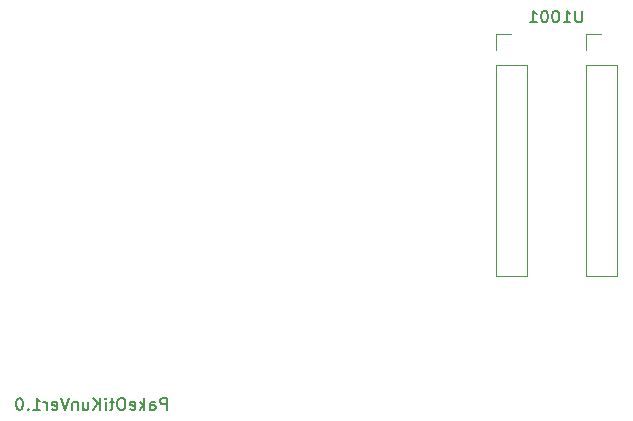
<source format=gbr>
G04 #@! TF.GenerationSoftware,KiCad,Pcbnew,(5.1.0)-1*
G04 #@! TF.CreationDate,2019-11-04T20:34:33+09:00*
G04 #@! TF.ProjectId,PakeOtiKun,50616b65-4f74-4694-9b75-6e2e6b696361,1*
G04 #@! TF.SameCoordinates,Original*
G04 #@! TF.FileFunction,Legend,Bot*
G04 #@! TF.FilePolarity,Positive*
%FSLAX46Y46*%
G04 Gerber Fmt 4.6, Leading zero omitted, Abs format (unit mm)*
G04 Created by KiCad (PCBNEW (5.1.0)-1) date 2019-11-04 20:34:33*
%MOMM*%
%LPD*%
G04 APERTURE LIST*
%ADD10C,0.200000*%
%ADD11C,0.120000*%
%ADD12C,0.150000*%
G04 APERTURE END LIST*
D10*
X119437942Y-114803180D02*
X119437942Y-113803180D01*
X119056990Y-113803180D01*
X118961752Y-113850800D01*
X118914133Y-113898419D01*
X118866514Y-113993657D01*
X118866514Y-114136514D01*
X118914133Y-114231752D01*
X118961752Y-114279371D01*
X119056990Y-114326990D01*
X119437942Y-114326990D01*
X118009371Y-114803180D02*
X118009371Y-114279371D01*
X118056990Y-114184133D01*
X118152228Y-114136514D01*
X118342704Y-114136514D01*
X118437942Y-114184133D01*
X118009371Y-114755561D02*
X118104609Y-114803180D01*
X118342704Y-114803180D01*
X118437942Y-114755561D01*
X118485561Y-114660323D01*
X118485561Y-114565085D01*
X118437942Y-114469847D01*
X118342704Y-114422228D01*
X118104609Y-114422228D01*
X118009371Y-114374609D01*
X117533180Y-114803180D02*
X117533180Y-113803180D01*
X117437942Y-114422228D02*
X117152228Y-114803180D01*
X117152228Y-114136514D02*
X117533180Y-114517466D01*
X116342704Y-114755561D02*
X116437942Y-114803180D01*
X116628419Y-114803180D01*
X116723657Y-114755561D01*
X116771276Y-114660323D01*
X116771276Y-114279371D01*
X116723657Y-114184133D01*
X116628419Y-114136514D01*
X116437942Y-114136514D01*
X116342704Y-114184133D01*
X116295085Y-114279371D01*
X116295085Y-114374609D01*
X116771276Y-114469847D01*
X115676038Y-113803180D02*
X115485561Y-113803180D01*
X115390323Y-113850800D01*
X115295085Y-113946038D01*
X115247466Y-114136514D01*
X115247466Y-114469847D01*
X115295085Y-114660323D01*
X115390323Y-114755561D01*
X115485561Y-114803180D01*
X115676038Y-114803180D01*
X115771276Y-114755561D01*
X115866514Y-114660323D01*
X115914133Y-114469847D01*
X115914133Y-114136514D01*
X115866514Y-113946038D01*
X115771276Y-113850800D01*
X115676038Y-113803180D01*
X114961752Y-114136514D02*
X114580800Y-114136514D01*
X114818895Y-113803180D02*
X114818895Y-114660323D01*
X114771276Y-114755561D01*
X114676038Y-114803180D01*
X114580800Y-114803180D01*
X114247466Y-114803180D02*
X114247466Y-114136514D01*
X114247466Y-113803180D02*
X114295085Y-113850800D01*
X114247466Y-113898419D01*
X114199847Y-113850800D01*
X114247466Y-113803180D01*
X114247466Y-113898419D01*
X113771276Y-114803180D02*
X113771276Y-113803180D01*
X113199847Y-114803180D02*
X113628419Y-114231752D01*
X113199847Y-113803180D02*
X113771276Y-114374609D01*
X112342704Y-114136514D02*
X112342704Y-114803180D01*
X112771276Y-114136514D02*
X112771276Y-114660323D01*
X112723657Y-114755561D01*
X112628419Y-114803180D01*
X112485561Y-114803180D01*
X112390323Y-114755561D01*
X112342704Y-114707942D01*
X111866514Y-114136514D02*
X111866514Y-114803180D01*
X111866514Y-114231752D02*
X111818895Y-114184133D01*
X111723657Y-114136514D01*
X111580800Y-114136514D01*
X111485561Y-114184133D01*
X111437942Y-114279371D01*
X111437942Y-114803180D01*
X111104609Y-113803180D02*
X110771276Y-114803180D01*
X110437942Y-113803180D01*
X109723657Y-114755561D02*
X109818895Y-114803180D01*
X110009371Y-114803180D01*
X110104609Y-114755561D01*
X110152228Y-114660323D01*
X110152228Y-114279371D01*
X110104609Y-114184133D01*
X110009371Y-114136514D01*
X109818895Y-114136514D01*
X109723657Y-114184133D01*
X109676038Y-114279371D01*
X109676038Y-114374609D01*
X110152228Y-114469847D01*
X109247466Y-114803180D02*
X109247466Y-114136514D01*
X109247466Y-114326990D02*
X109199847Y-114231752D01*
X109152228Y-114184133D01*
X109056990Y-114136514D01*
X108961752Y-114136514D01*
X108104609Y-114803180D02*
X108676038Y-114803180D01*
X108390323Y-114803180D02*
X108390323Y-113803180D01*
X108485561Y-113946038D01*
X108580800Y-114041276D01*
X108676038Y-114088895D01*
X107676038Y-114707942D02*
X107628419Y-114755561D01*
X107676038Y-114803180D01*
X107723657Y-114755561D01*
X107676038Y-114707942D01*
X107676038Y-114803180D01*
X107009371Y-113803180D02*
X106914133Y-113803180D01*
X106818895Y-113850800D01*
X106771276Y-113898419D01*
X106723657Y-113993657D01*
X106676038Y-114184133D01*
X106676038Y-114422228D01*
X106723657Y-114612704D01*
X106771276Y-114707942D01*
X106818895Y-114755561D01*
X106914133Y-114803180D01*
X107009371Y-114803180D01*
X107104609Y-114755561D01*
X107152228Y-114707942D01*
X107199847Y-114612704D01*
X107247466Y-114422228D01*
X107247466Y-114184133D01*
X107199847Y-113993657D01*
X107152228Y-113898419D01*
X107104609Y-113850800D01*
X107009371Y-113803180D01*
D11*
X149920000Y-85598000D02*
X147260000Y-85598000D01*
X147260000Y-85598000D02*
X147260000Y-103438000D01*
X149920000Y-103438000D02*
X147260000Y-103438000D01*
X147260000Y-82998000D02*
X147260000Y-84328000D01*
X149920000Y-85598000D02*
X149920000Y-103438000D01*
X148590000Y-82998000D02*
X147260000Y-82998000D01*
X156210000Y-82998000D02*
X154880000Y-82998000D01*
X154880000Y-82998000D02*
X154880000Y-84328000D01*
X154880000Y-85598000D02*
X154880000Y-103438000D01*
X157540000Y-103438000D02*
X154880000Y-103438000D01*
X157540000Y-85598000D02*
X157540000Y-103438000D01*
X157540000Y-85598000D02*
X154880000Y-85598000D01*
D12*
X154590476Y-81010380D02*
X154590476Y-81819904D01*
X154542857Y-81915142D01*
X154495238Y-81962761D01*
X154400000Y-82010380D01*
X154209523Y-82010380D01*
X154114285Y-81962761D01*
X154066666Y-81915142D01*
X154019047Y-81819904D01*
X154019047Y-81010380D01*
X153019047Y-82010380D02*
X153590476Y-82010380D01*
X153304761Y-82010380D02*
X153304761Y-81010380D01*
X153400000Y-81153238D01*
X153495238Y-81248476D01*
X153590476Y-81296095D01*
X152400000Y-81010380D02*
X152304761Y-81010380D01*
X152209523Y-81058000D01*
X152161904Y-81105619D01*
X152114285Y-81200857D01*
X152066666Y-81391333D01*
X152066666Y-81629428D01*
X152114285Y-81819904D01*
X152161904Y-81915142D01*
X152209523Y-81962761D01*
X152304761Y-82010380D01*
X152400000Y-82010380D01*
X152495238Y-81962761D01*
X152542857Y-81915142D01*
X152590476Y-81819904D01*
X152638095Y-81629428D01*
X152638095Y-81391333D01*
X152590476Y-81200857D01*
X152542857Y-81105619D01*
X152495238Y-81058000D01*
X152400000Y-81010380D01*
X151447619Y-81010380D02*
X151352380Y-81010380D01*
X151257142Y-81058000D01*
X151209523Y-81105619D01*
X151161904Y-81200857D01*
X151114285Y-81391333D01*
X151114285Y-81629428D01*
X151161904Y-81819904D01*
X151209523Y-81915142D01*
X151257142Y-81962761D01*
X151352380Y-82010380D01*
X151447619Y-82010380D01*
X151542857Y-81962761D01*
X151590476Y-81915142D01*
X151638095Y-81819904D01*
X151685714Y-81629428D01*
X151685714Y-81391333D01*
X151638095Y-81200857D01*
X151590476Y-81105619D01*
X151542857Y-81058000D01*
X151447619Y-81010380D01*
X150161904Y-82010380D02*
X150733333Y-82010380D01*
X150447619Y-82010380D02*
X150447619Y-81010380D01*
X150542857Y-81153238D01*
X150638095Y-81248476D01*
X150733333Y-81296095D01*
M02*

</source>
